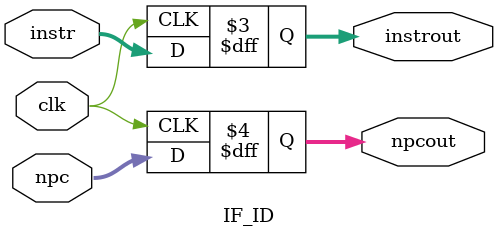
<source format=v>
`timescale 1ns / 1ps


module IF_ID(input clk, input [31:0] npc, instr, output reg [31:0] instrout, npcout);
	// Initialize.
	initial begin
		instrout <= 0;
		npcout <= 0;
	end

	// Update.
	always @ (posedge clk)
		begin
			npcout <= npc;
			instrout <= instr;
		end
endmodule

</source>
